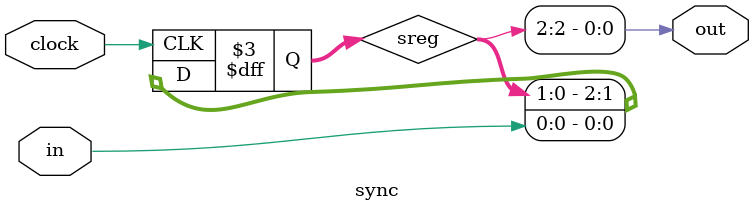
<source format=v>
module sync
  (
   input  clock,
   input  in,
   output out
   );
   (* ASYNC_REG="TRUE", TIG="TRUE" *) reg [2:0] sreg = 0;
   always @(posedge clock)
     sreg <= {sreg[1:0], in};
   assign out = sreg[2];
endmodule
</source>
